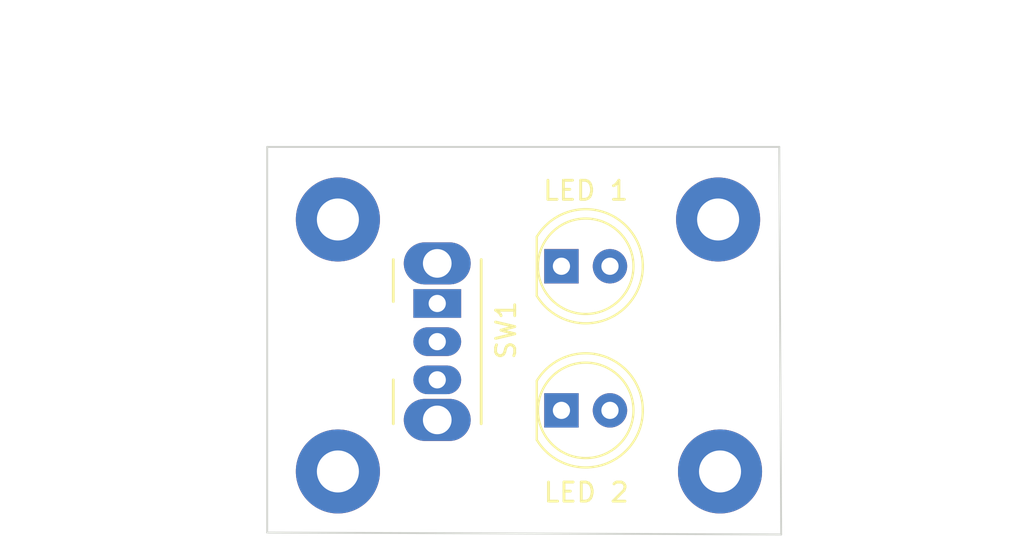
<source format=kicad_pcb>
(kicad_pcb (version 20211014) (generator pcbnew)
  (layers (0 "F.Cu" signal) (31 "B.Cu" signal) (34 "B.Paste" user) (35 "F.Paste" user) (36 "B.SilkS" user "B.Silkscreen") (37 "F.SilkS" user "F.Silkscreen") (38 "B.Mask" user) (39 "F.Mask" user) (44 "Edge.Cuts" user))
  (net 0 "")
  (footprint "LED_THT:LED_D5.0mm" (layer "F.Cu") (at 151.5 94.7)
    (fp_text reference "LED 2" (at 1.3 4.3) (layer "F.SilkS"))
    (fp_text value "LED" hide)
    (fp_line (start -1.29 -1.545) (end -1.29 1.545) (layer "F.SilkS") (width 0.12))
    (fp_arc (start 4.26 -0.000462) (mid 2.072002 2.880433) (end -1.29 1.54483) (layer "F.SilkS") (width 0.12))
    (fp_arc (start -1.29 -1.54483) (mid 2.072002 -2.880433) (end 4.26 0.000462) (layer "F.SilkS") (width 0.12))
    (fp_circle (center 1.27 0) (end 3.77 0) (layer "F.SilkS") (width 0.12) (fill none))
    (pad "1" thru_hole rect (at 0 0) (size 1.8 1.8) (drill 0.9) (layers *.Cu *.Mask))
    (pad "2" thru_hole circle (at 2.54 0) (size 1.8 1.8) (drill 0.9) (layers *.Cu *.Mask))
  )
  (footprint "MountingHole:MountingHole_2.2mm_M2_Pad" (layer "F.Cu") (at 139.8 84.7)
    (fp_text reference "H4" hide)
    (fp_text value "MountingHole" hide)
    (pad "1" thru_hole circle (at 0 0) (size 4.4 4.4) (drill 2.2) (layers *.Cu *.Mask))
  )
  (footprint "LED_THT:LED_D5.0mm" (layer "F.Cu") (at 151.5 87.15)
    (fp_text reference "LED 1" (at 1.27 -3.96) (layer "F.SilkS"))
    (fp_text value "LED" hide)
    (fp_line (start -1.29 -1.545) (end -1.29 1.545) (layer "F.SilkS") (width 0.12))
    (fp_arc (start 4.26 -0.000462) (mid 2.072002 2.880433) (end -1.29 1.54483) (layer "F.SilkS") (width 0.12))
    (fp_arc (start -1.29 -1.54483) (mid 2.072002 -2.880433) (end 4.26 0.000462) (layer "F.SilkS") (width 0.12))
    (fp_circle (center 1.27 0) (end 3.77 0) (layer "F.SilkS") (width 0.12) (fill none))
    (pad "1" thru_hole rect (at 0 0) (size 1.8 1.8) (drill 0.9) (layers *.Cu *.Mask))
    (pad "2" thru_hole circle (at 2.54 0) (size 1.8 1.8) (drill 0.9) (layers *.Cu *.Mask))
  )
  (footprint "Button_Switch_THT:SW_CuK_OS102011MA1QN1_SPDT_Angled" (layer "F.Cu") (at 145 89.1 -90)
    (fp_text reference "SW1" (at 1.4 -3.6 90) (layer "F.SilkS"))
    (fp_text value "SW_DPST_x2" hide)
    (fp_line (start -2.3 2.3) (end -0.1 2.3) (layer "F.SilkS") (width 0.15))
    (fp_line (start 4 2.3) (end 6.3 2.3) (layer "F.SilkS") (width 0.15))
    (fp_line (start -2.3 -2.3) (end 6.3 -2.3) (layer "F.SilkS") (width 0.15))
    (pad "" thru_hole oval (at 6.1 0 270) (size 2.2 3.5) (drill 1.5) (layers *.Cu *.Mask))
    (pad "" thru_hole oval (at -2.1 0 270) (size 2.2 3.5) (drill 1.5) (layers *.Cu *.Mask))
    (pad "1" thru_hole rect (at 0 0 270) (size 1.5 2.5) (drill 0.9) (layers *.Cu *.Mask))
    (pad "2" thru_hole oval (at 2 0 270) (size 1.5 2.5) (drill 0.9) (layers *.Cu *.Mask))
    (pad "3" thru_hole oval (at 4 0 270) (size 1.5 2.5) (drill 0.9) (layers *.Cu *.Mask))
  )
  (footprint "MountingHole:MountingHole_2.2mm_M2_Pad" (layer "F.Cu") (at 159.7 84.7)
    (fp_text reference "H3" hide)
    (fp_text value "MountingHole" hide)
    (pad "1" thru_hole circle (at 0 0) (size 4.4 4.4) (drill 2.2) (layers *.Cu *.Mask))
  )
  (footprint "MountingHole:MountingHole_2.2mm_M2_Pad" (layer "F.Cu") (at 159.8 97.9)
    (fp_text reference "H2" hide)
    (fp_text value "MountingHole" hide)
    (pad "1" thru_hole circle (at 0 0) (size 4.4 4.4) (drill 2.2) (layers *.Cu *.Mask))
  )
  (footprint "MountingHole:MountingHole_2.2mm_M2_Pad" (layer "F.Cu") (at 139.8 97.9)
    (fp_text reference "H1" hide)
    (fp_text value "MountingHole" hide)
    (pad "1" thru_hole circle (at 0 0) (size 4.4 4.4) (drill 2.2) (layers *.Cu *.Mask))
  )
  (gr_line (start 162.9 80.9) (end 163 101.2) (layer "Edge.Cuts") (width 0.1))
  (gr_line (start 136.1 101.1) (end 136.1 80.9) (layer "Edge.Cuts") (width 0.1))
  (gr_line (start 136.1 80.9) (end 162.9 80.9) (layer "Edge.Cuts") (width 0.1))
  (gr_line (start 163 101.2) (end 136.1 101.1) (layer "Edge.Cuts") (width 0.1))
)
</source>
